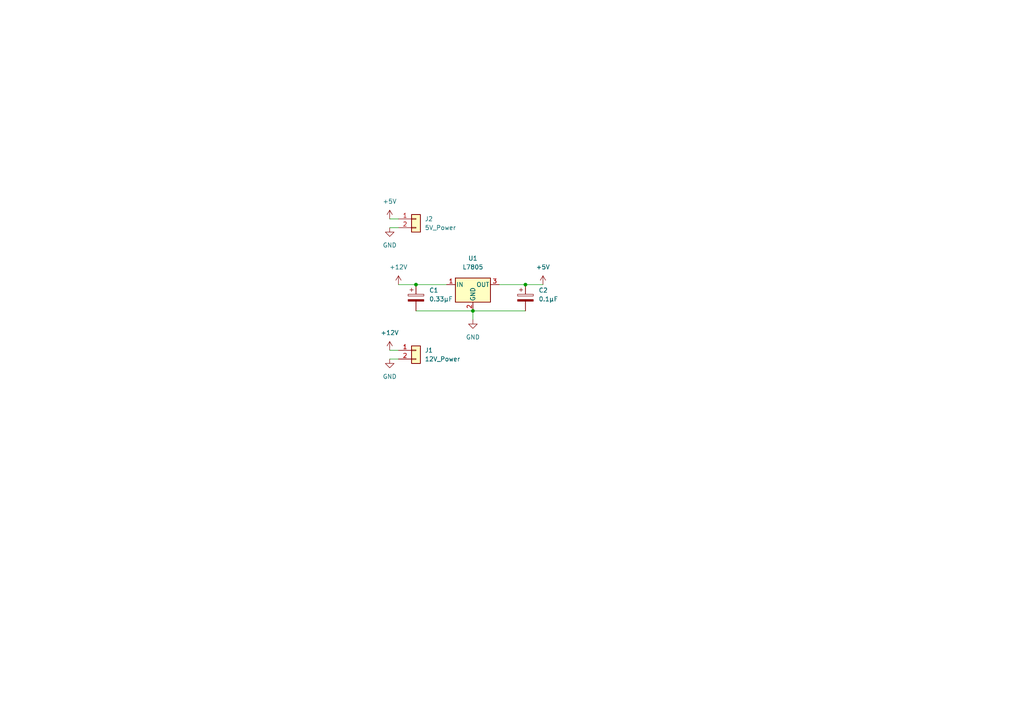
<source format=kicad_sch>
(kicad_sch (version 20211123) (generator eeschema)
  (paper "A4")
  (title_block (date "2022-08-22"))
  (lib_symbols
    (symbol "Connector_Generic:Conn_01x02" (pin_names (offset 1.016) hide)
      (property "Reference" "J" (at 0 2.54 0))
      (property "Value" "Conn_01x02" (at 0 -5.08 0))
      (symbol "Conn_01x02_1_1"
        (rectangle (start -1.27 -2.413) (end 0 -2.667) (stroke (width 0.1524)))
        (rectangle (start -1.27 0.127) (end 0 -0.127) (stroke (width 0.1524)))
        (rectangle (start -1.27 1.27) (end 1.27 -3.81) (stroke (width 0.254)) (fill (type background)))
        (pin passive line (at -5.08 0 0) (length 3.81) (name "Pin_1") (number "1"))
        (pin passive line (at -5.08 -2.54 0) (length 3.81) (name "Pin_2") (number "2"))
      )
    )
    (symbol "Device:C_Polarized" (pin_numbers hide) (pin_names (offset 0.254))
      (property "Reference" "C" (at 0.635 2.54 0))
      (property "Value" "C_Polarized" (at 0.635 -2.54 0))
      (symbol "C_Polarized_0_1"
        (rectangle (start -2.286 0.508) (end 2.286 1.016))
        (polyline (pts (xy -1.778 2.286) (xy -0.762 2.286)))
        (polyline (pts (xy -1.27 2.794) (xy -1.27 1.778)))
        (rectangle (start 2.286 -0.508) (end -2.286 -1.016) (fill (type outline)))
      )
      (symbol "C_Polarized_1_1"
        (pin passive line (at 0 3.81 270) (length 2.794) (name "~") (number "1"))
        (pin passive line (at 0 -3.81 90) (length 2.794) (name "~") (number "2"))
      )
    )
    (symbol "Regulator_Linear:L7805" (pin_names (offset 0.254))
      (property "Reference" "U" (at -3.81 3.175 0))
      (property "Value" "L7805" (at 0 3.175 0))
      (symbol "L7805_0_1"
        (rectangle (start -5.08 1.905) (end 5.08 -5.08) (stroke (width 0.254)) (fill (type background)))
      )
      (symbol "L7805_1_1"
        (pin power_in line (at -7.62 0 0) (length 2.54) (name "IN") (number "1"))
        (pin power_in line (at 0 -7.62 90) (length 2.54) (name "GND") (number "2"))
        (pin power_out line (at 7.62 0 180) (length 2.54) (name "OUT") (number "3"))
      )
    )
    (symbol "power:+12V" (power) (pin_names (offset 0))
      (property "Value" "+12V" (at 0 3.556 0))
      (symbol "+12V_0_1"
        (polyline (pts (xy -0.762 1.27) (xy 0 2.54)))
        (polyline (pts (xy 0 0) (xy 0 2.54)))
        (polyline (pts (xy 0 2.54) (xy 0.762 1.27)))
      )
      (symbol "+12V_1_1"
        (pin power_in line (at 0 0 90) (length 0) hide (name "+12V") (number "1"))
      )
    )
    (symbol "power:+5V" (power) (pin_names (offset 0))
      (property "Value" "+5V" (at 0 3.556 0))
      (symbol "+5V_0_1"
        (polyline (pts (xy -0.762 1.27) (xy 0 2.54)))
        (polyline (pts (xy 0 0) (xy 0 2.54)))
        (polyline (pts (xy 0 2.54) (xy 0.762 1.27)))
      )
      (symbol "+5V_1_1"
        (pin power_in line (at 0 0 90) (length 0) hide (name "+5V") (number "1"))
      )
    )
    (symbol "power:GND" (power) (pin_names (offset 0))
      (property "Value" "GND" (at 0 -3.81 0))
      (symbol "GND_0_1"
        (polyline (pts (xy 0 0) (xy 0 -1.27) (xy 1.27 -1.27) (xy 0 -2.54) (xy -1.27 -1.27) (xy 0 -1.27)))
      )
      (symbol "GND_1_1"
        (pin power_in line (at 0 0 270) (length 0) hide (name "GND") (number "1"))
      )
    )
  )
  (junction (at 120.65 82.55))
  (junction (at 137.16 90.17))
  (junction (at 152.4 82.55))
  (wire (pts (xy 144.78 82.55) (xy 152.4 82.55)))
  (wire (pts (xy 152.4 82.55) (xy 157.48 82.55)))
  (wire (pts (xy 115.57 82.55) (xy 120.65 82.55)))
  (wire (pts (xy 137.16 90.17) (xy 152.4 90.17)))
  (wire (pts (xy 113.03 101.6) (xy 115.57 101.6)))
  (wire (pts (xy 113.03 104.14) (xy 115.57 104.14)))
  (wire (pts (xy 120.65 90.17) (xy 137.16 90.17)))
  (wire (pts (xy 137.16 90.17) (xy 137.16 92.71)))
  (wire (pts (xy 113.03 66.04) (xy 115.57 66.04)))
  (wire (pts (xy 120.65 82.55) (xy 129.54 82.55)))
  (wire (pts (xy 113.03 63.5) (xy 115.57 63.5)))
  (symbol (lib_id "Connector_Generic:Conn_01x02") (at 120.65 101.6 0) (unit 1)
    (property "Reference" "J1" (at 123.19 101.5999 0) (effects (justify left)))
    (property "Value" "12V_Power" (at 123.19 104.1399 0) (effects (justify left)))
    (property "Footprint" "Connector_Project:Connector CTB1202_2BK" (effects hide))
    (property "Datasheet" "https://www.farnell.com/datasheets/2866642.pdf" (effects hide))
  )
  (symbol (lib_id "Device:C_Polarized") (at 120.65 86.36 0) (unit 1)
    (property "Reference" "C1" (at 124.46 84.2009 0) (effects (justify left)))
    (property "Value" "0.33µF" (at 124.46 86.7409 0) (effects (justify left)))
    (property "Footprint" "Capacitor_THT:CP_Radial_Tantal_D4.5mm_P5.00mm" (effects hide))
  )
  (symbol (lib_id "power:+5V") (at 157.48 82.55 0) (unit 1)
    (property "Reference" "#PWR0105" (effects hide))
    (property "Value" "+5V" (at 157.48 77.47 0))
  )
  (symbol (lib_id "power:GND") (at 113.03 66.04 0) (unit 1)
    (property "Reference" "#PWR0102" (effects hide))
    (property "Value" "GND" (at 113.03 71.12 0))
  )
  (symbol (lib_id "power:GND") (at 137.16 92.71 0) (unit 1)
    (property "Reference" "#PWR0101" (effects hide))
    (property "Value" "GND" (at 137.16 97.79 0))
  )
  (symbol (lib_id "power:+12V") (at 113.03 101.6 0) (unit 1)
    (property "Reference" "#PWR0108" (effects hide))
    (property "Value" "+12V" (at 113.03 96.52 0))
  )
  (symbol (lib_id "power:+5V") (at 113.03 63.5 0) (unit 1)
    (property "Reference" "#PWR0106" (effects hide))
    (property "Value" "+5V" (at 113.03 58.42 0))
  )
  (symbol (lib_id "Connector_Generic:Conn_01x02") (at 120.65 63.5 0) (unit 1)
    (property "Reference" "J2" (at 123.19 63.4999 0) (effects (justify left)))
    (property "Value" "5V_Power" (at 123.19 66.0399 0) (effects (justify left)))
    (property "Footprint" "Connector_PinHeader_2.54mm:PinHeader_1x02_P2.54mm_Horizontal" (effects hide))
    (property "Datasheet" "https://www.farnell.com/datasheets/2977292.pdf" (effects hide))
  )
  (symbol (lib_id "Device:C_Polarized") (at 152.4 86.36 0) (unit 1)
    (property "Reference" "C2" (at 156.21 84.2009 0) (effects (justify left)))
    (property "Value" "0.1µF" (at 156.21 86.7409 0) (effects (justify left)))
    (property "Footprint" "Capacitor_THT:CP_Radial_Tantal_D4.5mm_P5.00mm" (effects hide))
  )
  (symbol (lib_id "Regulator_Linear:L7805") (at 137.16 82.55 0) (unit 1)
    (property "Reference" "U1" (at 137.16 74.93 0))
    (property "Value" "L7805" (at 137.16 77.47 0))
    (property "Footprint" "Package_TO_SOT_SMD:TO-252-3_TabPin2" (effects hide))
    (property "Datasheet" "http://www.st.com/content/ccc/resource/technical/document/datasheet/41/4f/b3/b0/12/d4/47/88/CD00000444.pdf/files/CD00000444.pdf/jcr:content/translations/en.CD00000444.pdf" (effects hide))
  )
  (symbol (lib_id "power:GND") (at 113.03 104.14 0) (unit 1)
    (property "Reference" "#PWR0107" (effects hide))
    (property "Value" "GND" (at 113.03 109.22 0))
  )
  (symbol (lib_id "power:+12V") (at 115.57 82.55 0) (unit 1)
    (property "Reference" "#PWR0103" (effects hide))
    (property "Value" "+12V" (at 115.57 77.47 0))
  )
)
</source>
